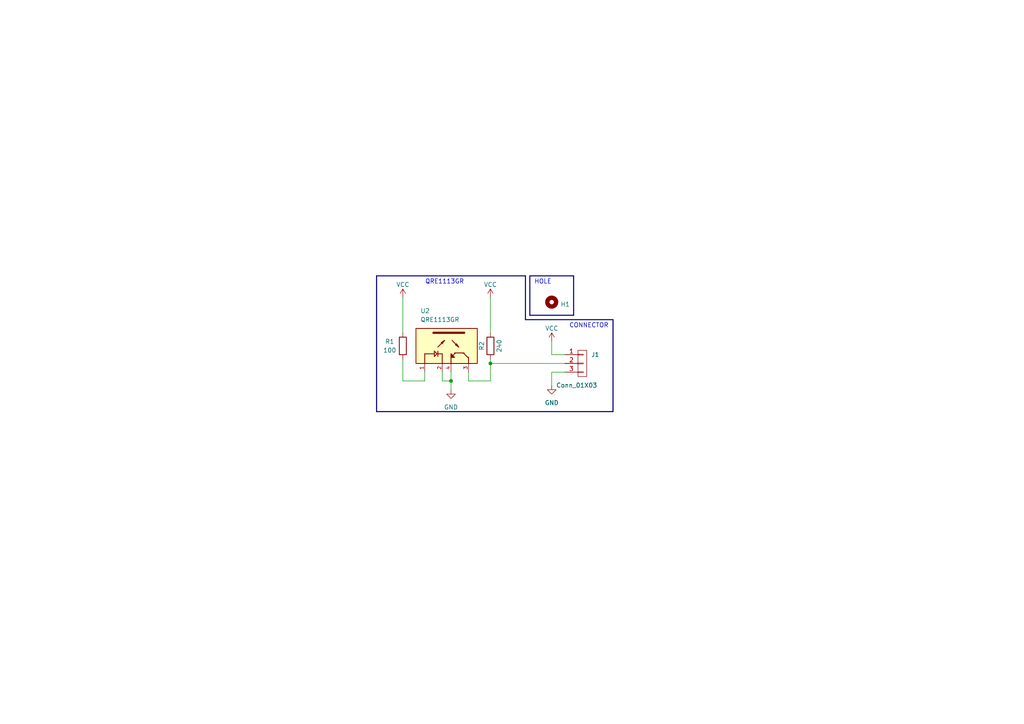
<source format=kicad_sch>
(kicad_sch (version 20230121) (generator eeschema)

  (uuid 18ada0ac-96eb-45a4-a61e-88720818c63e)

  (paper "A4")

  (title_block
    (date "2023-08-11")
  )

  (lib_symbols
    (symbol "Device:R" (pin_numbers hide) (pin_names (offset 0)) (in_bom yes) (on_board yes)
      (property "Reference" "R" (at 2.032 0 90)
        (effects (font (size 1.27 1.27)))
      )
      (property "Value" "R" (at 0 0 90)
        (effects (font (size 1.27 1.27)))
      )
      (property "Footprint" "" (at -1.778 0 90)
        (effects (font (size 1.27 1.27)) hide)
      )
      (property "Datasheet" "~" (at 0 0 0)
        (effects (font (size 1.27 1.27)) hide)
      )
      (property "ki_keywords" "R res resistor" (at 0 0 0)
        (effects (font (size 1.27 1.27)) hide)
      )
      (property "ki_description" "Resistor" (at 0 0 0)
        (effects (font (size 1.27 1.27)) hide)
      )
      (property "ki_fp_filters" "R_*" (at 0 0 0)
        (effects (font (size 1.27 1.27)) hide)
      )
      (symbol "R_0_1"
        (rectangle (start -1.016 -2.54) (end 1.016 2.54)
          (stroke (width 0.254) (type default))
          (fill (type none))
        )
      )
      (symbol "R_1_1"
        (pin passive line (at 0 3.81 270) (length 1.27)
          (name "~" (effects (font (size 1.27 1.27))))
          (number "1" (effects (font (size 1.27 1.27))))
        )
        (pin passive line (at 0 -3.81 90) (length 1.27)
          (name "~" (effects (font (size 1.27 1.27))))
          (number "2" (effects (font (size 1.27 1.27))))
        )
      )
    )
    (symbol "EESTN5:Conn_01X03" (pin_names (offset 1.016) hide) (in_bom yes) (on_board yes)
      (property "Reference" "J" (at 0 5.08 0)
        (effects (font (size 1.27 1.27)))
      )
      (property "Value" "Conn_01X03" (at 0 -5.08 0)
        (effects (font (size 1.27 1.27)))
      )
      (property "Footprint" "" (at 0 0 0)
        (effects (font (size 1.27 1.27)) hide)
      )
      (property "Datasheet" "" (at 0 0 0)
        (effects (font (size 1.27 1.27)) hide)
      )
      (property "ki_keywords" "connector" (at 0 0 0)
        (effects (font (size 1.27 1.27)) hide)
      )
      (property "ki_description" "Connector, single row, 01x03, pin header" (at 0 0 0)
        (effects (font (size 1.27 1.27)) hide)
      )
      (property "ki_fp_filters" "pin* header*" (at 0 0 0)
        (effects (font (size 1.27 1.27)) hide)
      )
      (symbol "Conn_01X03_0_1"
        (rectangle (start -1.27 -2.413) (end 0.254 -2.667)
          (stroke (width 0) (type solid))
          (fill (type none))
        )
        (rectangle (start -1.27 0.127) (end 0.254 -0.127)
          (stroke (width 0) (type solid))
          (fill (type none))
        )
        (rectangle (start -1.27 2.667) (end 0.254 2.413)
          (stroke (width 0) (type solid))
          (fill (type none))
        )
        (rectangle (start -1.27 3.81) (end 1.27 -3.81)
          (stroke (width 0) (type solid))
          (fill (type none))
        )
      )
      (symbol "Conn_01X03_1_1"
        (pin passive line (at -5.08 2.54 0) (length 3.81)
          (name "P1" (effects (font (size 1.27 1.27))))
          (number "1" (effects (font (size 1.27 1.27))))
        )
        (pin passive line (at -5.08 0 0) (length 3.81)
          (name "P2" (effects (font (size 1.27 1.27))))
          (number "2" (effects (font (size 1.27 1.27))))
        )
        (pin passive line (at -5.08 -2.54 0) (length 3.81)
          (name "P3" (effects (font (size 1.27 1.27))))
          (number "3" (effects (font (size 1.27 1.27))))
        )
      )
    )
    (symbol "EESTN5:Mounting_Hole" (pin_names (offset 1.016)) (in_bom yes) (on_board yes)
      (property "Reference" "H" (at 0 5.08 0)
        (effects (font (size 1.27 1.27)))
      )
      (property "Value" "Mounting_Hole" (at 0 3.175 0)
        (effects (font (size 1.27 1.27)) hide)
      )
      (property "Footprint" "" (at 0 0 0)
        (effects (font (size 1.524 1.524)) hide)
      )
      (property "Datasheet" "" (at 0 0 0)
        (effects (font (size 1.524 1.524)) hide)
      )
      (property "ki_keywords" "mounting hole" (at 0 0 0)
        (effects (font (size 1.27 1.27)) hide)
      )
      (property "ki_description" "Mounting Hole without connection" (at 0 0 0)
        (effects (font (size 1.27 1.27)) hide)
      )
      (property "ki_fp_filters" "hole* Logo* PAD* Separador* Cable*" (at 0 0 0)
        (effects (font (size 1.27 1.27)) hide)
      )
      (symbol "Mounting_Hole_0_1"
        (circle (center 0 0) (radius 1.27)
          (stroke (width 1.27) (type solid))
          (fill (type none))
        )
      )
    )
    (symbol "QRE1113GR:QRE1113GR" (pin_names (offset 1.016)) (in_bom yes) (on_board yes)
      (property "Reference" "U" (at -5.08 10.795 0)
        (effects (font (size 1.27 1.27)) (justify left bottom))
      )
      (property "Value" "QRE1113GR" (at -5.08 -10.16 0)
        (effects (font (size 1.27 1.27)) (justify left bottom))
      )
      (property "Footprint" "SOIC180P460X187-4N" (at 0 0 0)
        (effects (font (size 1.27 1.27)) (justify bottom) hide)
      )
      (property "Datasheet" "" (at 0 0 0)
        (effects (font (size 1.27 1.27)) hide)
      )
      (property "DESCRIPTION" "QRE1113 Series 30 V 50 mA Miniature Reflective Object Sensor - SMD-4" (at 0 0 0)
        (effects (font (size 1.27 1.27)) (justify bottom) hide)
      )
      (property "PACKAGE" "SMD-4 ON Semiconductor" (at 0 0 0)
        (effects (font (size 1.27 1.27)) (justify bottom) hide)
      )
      (property "PRICE" "None" (at 0 0 0)
        (effects (font (size 1.27 1.27)) (justify bottom) hide)
      )
      (property "STANDARD" "IPC-7351B" (at 0 0 0)
        (effects (font (size 1.27 1.27)) (justify bottom) hide)
      )
      (property "PARTREV" "5" (at 0 0 0)
        (effects (font (size 1.27 1.27)) (justify bottom) hide)
      )
      (property "MP" "QRE1113GR" (at 0 0 0)
        (effects (font (size 1.27 1.27)) (justify bottom) hide)
      )
      (property "AVAILABILITY" "Unavailable" (at 0 0 0)
        (effects (font (size 1.27 1.27)) (justify bottom) hide)
      )
      (property "MANUFACTURER" "ON Semiconductor" (at 0 0 0)
        (effects (font (size 1.27 1.27)) (justify bottom) hide)
      )
      (symbol "QRE1113GR_0_0"
        (rectangle (start -5.08 -7.62) (end 5.08 10.16)
          (stroke (width 0.254) (type default))
          (fill (type background))
        )
        (polyline
          (pts
            (xy -3.81 6.35)
            (xy -3.81 -2.54)
          )
          (stroke (width 0.635) (type default))
          (fill (type none))
        )
        (polyline
          (pts
            (xy -1.5875 0.635)
            (xy -0.9525 -0.3175)
          )
          (stroke (width 0.254) (type default))
          (fill (type none))
        )
        (polyline
          (pts
            (xy -1.5875 0.635)
            (xy -0.635 0)
          )
          (stroke (width 0.254) (type default))
          (fill (type none))
        )
        (polyline
          (pts
            (xy -1.5875 2.8575)
            (xy 0.3175 4.7625)
          )
          (stroke (width 0.254) (type default))
          (fill (type none))
        )
        (polyline
          (pts
            (xy 0.3175 -1.27)
            (xy -1.5875 0.635)
          )
          (stroke (width 0.254) (type default))
          (fill (type none))
        )
        (polyline
          (pts
            (xy 0.3175 4.7625)
            (xy -0.635 4.1275)
          )
          (stroke (width 0.254) (type default))
          (fill (type none))
        )
        (polyline
          (pts
            (xy 0.3175 4.7625)
            (xy -0.3175 3.81)
          )
          (stroke (width 0.254) (type default))
          (fill (type none))
        )
        (polyline
          (pts
            (xy 2.032 3.81)
            (xy 2.032 3.556)
          )
          (stroke (width 0.254) (type default))
          (fill (type none))
        )
        (polyline
          (pts
            (xy 2.032 3.81)
            (xy 3.302 2.54)
          )
          (stroke (width 0.254) (type default))
          (fill (type none))
        )
        (polyline
          (pts
            (xy 2.032 6.096)
            (xy 2.032 3.81)
          )
          (stroke (width 0.254) (type default))
          (fill (type none))
        )
        (polyline
          (pts
            (xy 2.032 6.096)
            (xy 2.032 6.35)
          )
          (stroke (width 0.254) (type default))
          (fill (type none))
        )
        (polyline
          (pts
            (xy 2.286 -5.08)
            (xy 2.286 -2.286)
          )
          (stroke (width 0.254) (type default))
          (fill (type none))
        )
        (polyline
          (pts
            (xy 2.286 -2.286)
            (xy 1.524 -2.286)
          )
          (stroke (width 0.254) (type default))
          (fill (type none))
        )
        (polyline
          (pts
            (xy 2.286 -2.286)
            (xy 3.048 -2.286)
          )
          (stroke (width 0.254) (type default))
          (fill (type none))
        )
        (polyline
          (pts
            (xy 2.286 -1.524)
            (xy 1.524 -2.286)
          )
          (stroke (width 0.254) (type default))
          (fill (type none))
        )
        (polyline
          (pts
            (xy 2.286 -1.27)
            (xy 2.286 0)
          )
          (stroke (width 0.254) (type default))
          (fill (type none))
        )
        (polyline
          (pts
            (xy 2.286 0)
            (xy 5.08 0)
          )
          (stroke (width 0.254) (type default))
          (fill (type none))
        )
        (polyline
          (pts
            (xy 2.286 2.54)
            (xy 3.048 2.54)
          )
          (stroke (width 0.254) (type default))
          (fill (type none))
        )
        (polyline
          (pts
            (xy 2.54 2.794)
            (xy 2.286 2.54)
          )
          (stroke (width 0.254) (type default))
          (fill (type none))
        )
        (polyline
          (pts
            (xy 2.54 2.794)
            (xy 2.794 2.794)
          )
          (stroke (width 0.254) (type default))
          (fill (type none))
        )
        (polyline
          (pts
            (xy 2.794 2.794)
            (xy 3.048 2.54)
          )
          (stroke (width 0.254) (type default))
          (fill (type none))
        )
        (polyline
          (pts
            (xy 3.048 -2.286)
            (xy 2.286 -1.524)
          )
          (stroke (width 0.254) (type default))
          (fill (type none))
        )
        (polyline
          (pts
            (xy 3.048 -1.27)
            (xy 1.524 -1.27)
          )
          (stroke (width 0.254) (type default))
          (fill (type none))
        )
        (polyline
          (pts
            (xy 3.048 2.54)
            (xy 3.048 3.048)
          )
          (stroke (width 0.254) (type default))
          (fill (type none))
        )
        (polyline
          (pts
            (xy 3.048 2.54)
            (xy 3.302 2.54)
          )
          (stroke (width 0.254) (type default))
          (fill (type none))
        )
        (polyline
          (pts
            (xy 3.048 3.048)
            (xy 2.794 2.794)
          )
          (stroke (width 0.254) (type default))
          (fill (type none))
        )
        (polyline
          (pts
            (xy 3.048 3.048)
            (xy 3.302 3.302)
          )
          (stroke (width 0.254) (type default))
          (fill (type none))
        )
        (polyline
          (pts
            (xy 3.302 2.54)
            (xy 3.302 2.794)
          )
          (stroke (width 0.254) (type default))
          (fill (type none))
        )
        (polyline
          (pts
            (xy 3.302 2.54)
            (xy 5.08 2.54)
          )
          (stroke (width 0.254) (type default))
          (fill (type none))
        )
        (polyline
          (pts
            (xy 3.302 2.794)
            (xy 3.048 3.048)
          )
          (stroke (width 0.254) (type default))
          (fill (type none))
        )
        (polyline
          (pts
            (xy 3.302 2.794)
            (xy 3.302 3.302)
          )
          (stroke (width 0.254) (type default))
          (fill (type none))
        )
        (polyline
          (pts
            (xy 3.302 3.302)
            (xy 3.302 3.556)
          )
          (stroke (width 0.254) (type default))
          (fill (type none))
        )
        (polyline
          (pts
            (xy 3.302 3.556)
            (xy 2.54 2.794)
          )
          (stroke (width 0.254) (type default))
          (fill (type none))
        )
        (polyline
          (pts
            (xy 3.302 7.366)
            (xy 2.032 6.096)
          )
          (stroke (width 0.254) (type default))
          (fill (type none))
        )
        (polyline
          (pts
            (xy 3.302 7.62)
            (xy 3.302 7.366)
          )
          (stroke (width 0.254) (type default))
          (fill (type none))
        )
        (polyline
          (pts
            (xy 5.08 -5.08)
            (xy 2.286 -5.08)
          )
          (stroke (width 0.254) (type default))
          (fill (type none))
        )
        (polyline
          (pts
            (xy 5.08 7.62)
            (xy 3.302 7.62)
          )
          (stroke (width 0.254) (type default))
          (fill (type none))
        )
        (pin passive line (at 7.62 -5.08 180) (length 2.54)
          (name "~" (effects (font (size 1.016 1.016))))
          (number "1" (effects (font (size 1.016 1.016))))
        )
        (pin passive line (at 7.62 0 180) (length 2.54)
          (name "~" (effects (font (size 1.016 1.016))))
          (number "2" (effects (font (size 1.016 1.016))))
        )
        (pin passive line (at 7.62 7.62 180) (length 2.54)
          (name "~" (effects (font (size 1.016 1.016))))
          (number "3" (effects (font (size 1.016 1.016))))
        )
        (pin passive line (at 7.62 2.54 180) (length 2.54)
          (name "~" (effects (font (size 1.016 1.016))))
          (number "4" (effects (font (size 1.016 1.016))))
        )
      )
    )
    (symbol "power:GND" (power) (pin_names (offset 0)) (in_bom yes) (on_board yes)
      (property "Reference" "#PWR" (at 0 -6.35 0)
        (effects (font (size 1.27 1.27)) hide)
      )
      (property "Value" "GND" (at 0 -3.81 0)
        (effects (font (size 1.27 1.27)))
      )
      (property "Footprint" "" (at 0 0 0)
        (effects (font (size 1.27 1.27)) hide)
      )
      (property "Datasheet" "" (at 0 0 0)
        (effects (font (size 1.27 1.27)) hide)
      )
      (property "ki_keywords" "global power" (at 0 0 0)
        (effects (font (size 1.27 1.27)) hide)
      )
      (property "ki_description" "Power symbol creates a global label with name \"GND\" , ground" (at 0 0 0)
        (effects (font (size 1.27 1.27)) hide)
      )
      (symbol "GND_0_1"
        (polyline
          (pts
            (xy 0 0)
            (xy 0 -1.27)
            (xy 1.27 -1.27)
            (xy 0 -2.54)
            (xy -1.27 -1.27)
            (xy 0 -1.27)
          )
          (stroke (width 0) (type default))
          (fill (type none))
        )
      )
      (symbol "GND_1_1"
        (pin power_in line (at 0 0 270) (length 0) hide
          (name "GND" (effects (font (size 1.27 1.27))))
          (number "1" (effects (font (size 1.27 1.27))))
        )
      )
    )
    (symbol "power:VCC" (power) (pin_names (offset 0)) (in_bom yes) (on_board yes)
      (property "Reference" "#PWR" (at 0 -3.81 0)
        (effects (font (size 1.27 1.27)) hide)
      )
      (property "Value" "VCC" (at 0 3.81 0)
        (effects (font (size 1.27 1.27)))
      )
      (property "Footprint" "" (at 0 0 0)
        (effects (font (size 1.27 1.27)) hide)
      )
      (property "Datasheet" "" (at 0 0 0)
        (effects (font (size 1.27 1.27)) hide)
      )
      (property "ki_keywords" "global power" (at 0 0 0)
        (effects (font (size 1.27 1.27)) hide)
      )
      (property "ki_description" "Power symbol creates a global label with name \"VCC\"" (at 0 0 0)
        (effects (font (size 1.27 1.27)) hide)
      )
      (symbol "VCC_0_1"
        (polyline
          (pts
            (xy -0.762 1.27)
            (xy 0 2.54)
          )
          (stroke (width 0) (type default))
          (fill (type none))
        )
        (polyline
          (pts
            (xy 0 0)
            (xy 0 2.54)
          )
          (stroke (width 0) (type default))
          (fill (type none))
        )
        (polyline
          (pts
            (xy 0 2.54)
            (xy 0.762 1.27)
          )
          (stroke (width 0) (type default))
          (fill (type none))
        )
      )
      (symbol "VCC_1_1"
        (pin power_in line (at 0 0 90) (length 0) hide
          (name "VCC" (effects (font (size 1.27 1.27))))
          (number "1" (effects (font (size 1.27 1.27))))
        )
      )
    )
  )

  (junction (at 142.24 105.41) (diameter 0) (color 0 0 0 0)
    (uuid 64ce0ef3-9545-41d0-a5da-cd92c447ac94)
  )
  (junction (at 130.81 110.49) (diameter 0) (color 0 0 0 0)
    (uuid 7b74e1fe-a52d-4a58-843f-6ef08fe755aa)
  )

  (bus (pts (xy 153.67 80.01) (xy 166.37 80.01))
    (stroke (width 0) (type default))
    (uuid 0893f1e4-3732-414d-8946-6928c44423ae)
  )
  (bus (pts (xy 166.37 80.01) (xy 166.37 91.44))
    (stroke (width 0) (type default))
    (uuid 0c0368ab-84b5-4987-8764-f954ba2d9815)
  )

  (wire (pts (xy 135.89 107.95) (xy 135.89 110.49))
    (stroke (width 0) (type default))
    (uuid 106fe76c-84d1-4b8c-a58f-90e9e7fe304a)
  )
  (bus (pts (xy 152.4 80.01) (xy 152.4 92.71))
    (stroke (width 0) (type default))
    (uuid 149d830b-efd1-4e85-832d-e17c273cc06f)
  )

  (wire (pts (xy 163.83 107.95) (xy 160.02 107.95))
    (stroke (width 0) (type default))
    (uuid 1dd07255-9bc6-4b30-9627-17d0daf05983)
  )
  (wire (pts (xy 135.89 110.49) (xy 142.24 110.49))
    (stroke (width 0) (type default))
    (uuid 387a7d89-3a84-455e-a5ba-b21eca68b3c5)
  )
  (wire (pts (xy 142.24 105.41) (xy 163.83 105.41))
    (stroke (width 0) (type default))
    (uuid 38a0b351-2a7e-40e5-b3be-57562f8be340)
  )
  (bus (pts (xy 109.22 119.38) (xy 109.22 80.01))
    (stroke (width 0) (type default))
    (uuid 3e1ddb17-270e-4320-87bf-3f53323255e2)
  )

  (wire (pts (xy 163.83 102.87) (xy 160.02 102.87))
    (stroke (width 0) (type default))
    (uuid 4198d26d-c653-489e-ad21-5e6600a3c769)
  )
  (bus (pts (xy 109.22 119.38) (xy 177.8 119.38))
    (stroke (width 0) (type default))
    (uuid 4361dab9-2b6e-4935-b007-5cb9876895d1)
  )

  (wire (pts (xy 142.24 104.14) (xy 142.24 105.41))
    (stroke (width 0) (type default))
    (uuid 51f96dec-67a9-4787-ae5a-f94c17f32281)
  )
  (bus (pts (xy 109.22 80.01) (xy 152.4 80.01))
    (stroke (width 0) (type default))
    (uuid 72dd5e34-4408-4b17-bdec-028797c1a97c)
  )

  (wire (pts (xy 116.84 110.49) (xy 116.84 104.14))
    (stroke (width 0) (type default))
    (uuid 7bd4e3b9-e5dc-40e3-96ef-abfe211f8917)
  )
  (wire (pts (xy 128.27 107.95) (xy 128.27 110.49))
    (stroke (width 0) (type default))
    (uuid 7ff06ac9-57da-442a-86ec-54c4e03c7185)
  )
  (wire (pts (xy 142.24 86.36) (xy 142.24 96.52))
    (stroke (width 0) (type default))
    (uuid 80707f6f-eb44-4e97-a108-c691479b4cb6)
  )
  (wire (pts (xy 123.19 110.49) (xy 116.84 110.49))
    (stroke (width 0) (type default))
    (uuid 81a296c2-ba52-426c-baf5-61bf0189a99c)
  )
  (wire (pts (xy 123.19 107.95) (xy 123.19 110.49))
    (stroke (width 0) (type default))
    (uuid 8d32e841-ac3f-41fd-83a5-b0d23bb67df0)
  )
  (wire (pts (xy 128.27 110.49) (xy 130.81 110.49))
    (stroke (width 0) (type default))
    (uuid a372c203-4416-412b-affb-96474eb1b1eb)
  )
  (bus (pts (xy 152.4 92.71) (xy 177.8 92.71))
    (stroke (width 0) (type default))
    (uuid ad048b31-ccb9-4f57-8e63-0e42563b3c76)
  )
  (bus (pts (xy 153.67 91.44) (xy 153.67 80.01))
    (stroke (width 0) (type default))
    (uuid c8803a05-ac71-40bf-898f-967a9c15302f)
  )

  (wire (pts (xy 130.81 110.49) (xy 130.81 113.03))
    (stroke (width 0) (type default))
    (uuid c9518e8a-8170-4e49-866f-73597fa36088)
  )
  (wire (pts (xy 160.02 99.06) (xy 160.02 102.87))
    (stroke (width 0) (type default))
    (uuid ca258049-9f61-40cb-8e3f-40f71e808d47)
  )
  (wire (pts (xy 130.81 110.49) (xy 130.81 107.95))
    (stroke (width 0) (type default))
    (uuid cf94363b-83f7-42e8-9e01-be9029ce8758)
  )
  (wire (pts (xy 160.02 107.95) (xy 160.02 111.76))
    (stroke (width 0) (type default))
    (uuid d9d90948-5023-452b-9841-4ba6af0d2ac1)
  )
  (bus (pts (xy 177.8 92.71) (xy 177.8 119.38))
    (stroke (width 0) (type default))
    (uuid dc75c170-03fb-4eeb-bbcb-310f4ab3dba0)
  )

  (wire (pts (xy 142.24 105.41) (xy 142.24 110.49))
    (stroke (width 0) (type default))
    (uuid e15dfe40-b055-4c67-bee7-105473f4ace0)
  )
  (bus (pts (xy 153.67 91.44) (xy 166.37 91.44))
    (stroke (width 0) (type default))
    (uuid e7599299-8840-447e-91e1-a65a310cbd56)
  )

  (wire (pts (xy 116.84 86.36) (xy 116.84 96.52))
    (stroke (width 0) (type default))
    (uuid f02aefe2-69e7-4702-b336-856613314cf9)
  )

  (text "HOLE\n" (at 154.94 82.55 0)
    (effects (font (size 1.27 1.27)) (justify left bottom))
    (uuid 49606627-526e-4ac3-9159-15fdc6686705)
  )
  (text "QRE1113GR" (at 134.62 82.55 0)
    (effects (font (size 1.27 1.27)) (justify right bottom))
    (uuid ce629ed2-0546-47ad-84ff-f3293ca2c1c1)
  )
  (text "CONNECTOR" (at 176.53 95.25 0)
    (effects (font (size 1.27 1.27)) (justify right bottom))
    (uuid ed506e03-9f96-482e-a962-8cc0d393827c)
  )

  (symbol (lib_id "power:VCC") (at 160.02 99.06 0) (unit 1)
    (in_bom yes) (on_board yes) (dnp no) (fields_autoplaced)
    (uuid 0296d540-90ae-4a29-aa3c-86a3eb63a0e7)
    (property "Reference" "#PWR03" (at 160.02 102.87 0)
      (effects (font (size 1.27 1.27)) hide)
    )
    (property "Value" "VCC" (at 160.02 95.25 0)
      (effects (font (size 1.27 1.27)))
    )
    (property "Footprint" "" (at 160.02 99.06 0)
      (effects (font (size 1.27 1.27)) hide)
    )
    (property "Datasheet" "" (at 160.02 99.06 0)
      (effects (font (size 1.27 1.27)) hide)
    )
    (pin "1" (uuid 6ccb4754-a120-4536-ac7d-a461cc66ab13))
    (instances
      (project "PCB QRE"
        (path "/18ada0ac-96eb-45a4-a61e-88720818c63e"
          (reference "#PWR03") (unit 1)
        )
      )
    )
  )

  (symbol (lib_id "power:VCC") (at 116.84 86.36 0) (unit 1)
    (in_bom yes) (on_board yes) (dnp no) (fields_autoplaced)
    (uuid 03869e3a-da1c-4963-a9cb-362e0322b49c)
    (property "Reference" "#PWR02" (at 116.84 90.17 0)
      (effects (font (size 1.27 1.27)) hide)
    )
    (property "Value" "VCC" (at 116.84 82.55 0)
      (effects (font (size 1.27 1.27)))
    )
    (property "Footprint" "" (at 116.84 86.36 0)
      (effects (font (size 1.27 1.27)) hide)
    )
    (property "Datasheet" "" (at 116.84 86.36 0)
      (effects (font (size 1.27 1.27)) hide)
    )
    (pin "1" (uuid 26b60357-875c-462a-898c-fcaf2d39c274))
    (instances
      (project "PCB QRE"
        (path "/18ada0ac-96eb-45a4-a61e-88720818c63e"
          (reference "#PWR02") (unit 1)
        )
      )
    )
  )

  (symbol (lib_id "power:GND") (at 130.81 113.03 0) (unit 1)
    (in_bom yes) (on_board yes) (dnp no) (fields_autoplaced)
    (uuid 0f9b9a32-ae56-4226-9191-64286b19ffbb)
    (property "Reference" "#PWR01" (at 130.81 119.38 0)
      (effects (font (size 1.27 1.27)) hide)
    )
    (property "Value" "GND" (at 130.81 118.11 0)
      (effects (font (size 1.27 1.27)))
    )
    (property "Footprint" "" (at 130.81 113.03 0)
      (effects (font (size 1.27 1.27)) hide)
    )
    (property "Datasheet" "" (at 130.81 113.03 0)
      (effects (font (size 1.27 1.27)) hide)
    )
    (pin "1" (uuid ddff0598-b080-4731-a2cb-1176b1ee3173))
    (instances
      (project "PCB QRE"
        (path "/18ada0ac-96eb-45a4-a61e-88720818c63e"
          (reference "#PWR01") (unit 1)
        )
      )
    )
  )

  (symbol (lib_id "EESTN5:Conn_01X03") (at 168.91 105.41 0) (unit 1)
    (in_bom yes) (on_board yes) (dnp no)
    (uuid 355686c1-a3f8-4b74-a8b4-2616247553fb)
    (property "Reference" "J1" (at 171.45 102.87 0)
      (effects (font (size 1.27 1.27)) (justify left))
    )
    (property "Value" "Conn_01X03" (at 161.29 111.76 0)
      (effects (font (size 1.27 1.27)) (justify left))
    )
    (property "Footprint" "Connector:FanPinHeader_1x03_P2.54mm_Vertical" (at 168.91 105.41 0)
      (effects (font (size 1.27 1.27)) hide)
    )
    (property "Datasheet" "" (at 168.91 105.41 0)
      (effects (font (size 1.27 1.27)) hide)
    )
    (pin "1" (uuid 4f722895-8b18-4647-bcd3-4ad590427d94))
    (pin "2" (uuid 2470a9c0-0ea2-4933-93f5-5193a137edc5))
    (pin "3" (uuid 8783337c-621e-4c0c-a32c-09717a1d5b20))
    (instances
      (project "PCB QRE"
        (path "/18ada0ac-96eb-45a4-a61e-88720818c63e"
          (reference "J1") (unit 1)
        )
      )
    )
  )

  (symbol (lib_id "QRE1113GR:QRE1113GR") (at 128.27 100.33 270) (unit 1)
    (in_bom yes) (on_board yes) (dnp no)
    (uuid 3a03f437-9fef-4bfb-960d-3183fd76cb13)
    (property "Reference" "U2" (at 121.92 90.17 90)
      (effects (font (size 1.27 1.27)) (justify left))
    )
    (property "Value" "QRE1113GR" (at 121.92 92.71 90)
      (effects (font (size 1.27 1.27)) (justify left))
    )
    (property "Footprint" "QRE:SOIC180P460X187-4N" (at 128.27 100.33 0)
      (effects (font (size 1.27 1.27)) (justify bottom) hide)
    )
    (property "Datasheet" "" (at 128.27 100.33 0)
      (effects (font (size 1.27 1.27)) hide)
    )
    (property "DESCRIPTION" "QRE1113 Series 30 V 50 mA Miniature Reflective Object Sensor - SMD-4" (at 128.27 100.33 0)
      (effects (font (size 1.27 1.27)) (justify bottom) hide)
    )
    (property "PACKAGE" "SMD-4 ON Semiconductor" (at 128.27 100.33 0)
      (effects (font (size 1.27 1.27)) (justify bottom) hide)
    )
    (property "PRICE" "None" (at 128.27 100.33 0)
      (effects (font (size 1.27 1.27)) (justify bottom) hide)
    )
    (property "STANDARD" "IPC-7351B" (at 128.27 100.33 0)
      (effects (font (size 1.27 1.27)) (justify bottom) hide)
    )
    (property "PARTREV" "5" (at 128.27 100.33 0)
      (effects (font (size 1.27 1.27)) (justify bottom) hide)
    )
    (property "MP" "QRE1113GR" (at 128.27 100.33 0)
      (effects (font (size 1.27 1.27)) (justify bottom) hide)
    )
    (property "AVAILABILITY" "Unavailable" (at 128.27 100.33 0)
      (effects (font (size 1.27 1.27)) (justify bottom) hide)
    )
    (property "MANUFACTURER" "ON Semiconductor" (at 128.27 100.33 0)
      (effects (font (size 1.27 1.27)) (justify bottom) hide)
    )
    (pin "1" (uuid 1aabc6f8-6348-4c28-a44a-8f999a040a37))
    (pin "2" (uuid 463d005e-8354-4105-b580-6a1b3461d509))
    (pin "3" (uuid e12712de-d6f2-4211-b1de-f8e555a4e33b))
    (pin "4" (uuid de3fbe29-db9e-4fdb-bba4-61ad8d90576c))
    (instances
      (project "PCB QRE"
        (path "/18ada0ac-96eb-45a4-a61e-88720818c63e"
          (reference "U2") (unit 1)
        )
      )
    )
  )

  (symbol (lib_id "EESTN5:Mounting_Hole") (at 160.02 87.63 0) (unit 1)
    (in_bom yes) (on_board yes) (dnp no) (fields_autoplaced)
    (uuid 5254df3c-cae4-4b84-b538-6eb12bc8bca6)
    (property "Reference" "H1" (at 162.56 88.265 0)
      (effects (font (size 1.27 1.27)) (justify left))
    )
    (property "Value" "Mounting_Hole" (at 160.02 84.455 0)
      (effects (font (size 1.27 1.27)) hide)
    )
    (property "Footprint" "Connector:FanPinHeader_1x03_P2.54mm_Vertical" (at 160.02 87.63 0)
      (effects (font (size 1.524 1.524)) hide)
    )
    (property "Datasheet" "" (at 160.02 87.63 0)
      (effects (font (size 1.524 1.524)) hide)
    )
    (instances
      (project "PCB QRE"
        (path "/18ada0ac-96eb-45a4-a61e-88720818c63e"
          (reference "H1") (unit 1)
        )
      )
    )
  )

  (symbol (lib_id "power:VCC") (at 142.24 86.36 0) (unit 1)
    (in_bom yes) (on_board yes) (dnp no) (fields_autoplaced)
    (uuid 8b424aa7-c827-4328-a747-711ddc038a26)
    (property "Reference" "#PWR05" (at 142.24 90.17 0)
      (effects (font (size 1.27 1.27)) hide)
    )
    (property "Value" "VCC" (at 142.24 82.55 0)
      (effects (font (size 1.27 1.27)))
    )
    (property "Footprint" "" (at 142.24 86.36 0)
      (effects (font (size 1.27 1.27)) hide)
    )
    (property "Datasheet" "" (at 142.24 86.36 0)
      (effects (font (size 1.27 1.27)) hide)
    )
    (pin "1" (uuid 43975950-f115-4767-9ced-657d254fd22c))
    (instances
      (project "PCB QRE"
        (path "/18ada0ac-96eb-45a4-a61e-88720818c63e"
          (reference "#PWR05") (unit 1)
        )
      )
    )
  )

  (symbol (lib_id "Device:R") (at 116.84 100.33 180) (unit 1)
    (in_bom yes) (on_board yes) (dnp no)
    (uuid 92e31e85-494a-45b6-a806-7085bf076833)
    (property "Reference" "R1" (at 113.03 99.06 0)
      (effects (font (size 1.27 1.27)))
    )
    (property "Value" "100" (at 113.03 101.6 0)
      (effects (font (size 1.27 1.27)))
    )
    (property "Footprint" "Resistor_SMD:R_1206_3216Metric" (at 118.618 100.33 90)
      (effects (font (size 1.27 1.27)) hide)
    )
    (property "Datasheet" "~" (at 116.84 100.33 0)
      (effects (font (size 1.27 1.27)) hide)
    )
    (pin "1" (uuid 3e2f8824-8486-42cd-9bd6-3066460bb0ef))
    (pin "2" (uuid 380d315f-0101-42a7-b597-539e177ab0ac))
    (instances
      (project "PCB QRE"
        (path "/18ada0ac-96eb-45a4-a61e-88720818c63e"
          (reference "R1") (unit 1)
        )
      )
    )
  )

  (symbol (lib_id "Device:R") (at 142.24 100.33 180) (unit 1)
    (in_bom yes) (on_board yes) (dnp no)
    (uuid a18ade67-2e75-46bc-bd22-1417d36e829d)
    (property "Reference" "R2" (at 139.7 100.33 90)
      (effects (font (size 1.27 1.27)))
    )
    (property "Value" "240" (at 144.78 100.33 90)
      (effects (font (size 1.27 1.27)))
    )
    (property "Footprint" "Resistor_SMD:R_1206_3216Metric" (at 144.018 100.33 90)
      (effects (font (size 1.27 1.27)) hide)
    )
    (property "Datasheet" "~" (at 142.24 100.33 0)
      (effects (font (size 1.27 1.27)) hide)
    )
    (pin "1" (uuid 8500da08-3320-4344-ab6c-ce1570f7c8e1))
    (pin "2" (uuid a3c44520-c6c8-4a1f-bf71-49b82015ef8d))
    (instances
      (project "PCB QRE"
        (path "/18ada0ac-96eb-45a4-a61e-88720818c63e"
          (reference "R2") (unit 1)
        )
      )
    )
  )

  (symbol (lib_id "power:GND") (at 160.02 111.76 0) (unit 1)
    (in_bom yes) (on_board yes) (dnp no) (fields_autoplaced)
    (uuid a617f1b2-db39-4df4-8a7d-3a391b03ae0f)
    (property "Reference" "#PWR04" (at 160.02 118.11 0)
      (effects (font (size 1.27 1.27)) hide)
    )
    (property "Value" "GND" (at 160.02 116.84 0)
      (effects (font (size 1.27 1.27)))
    )
    (property "Footprint" "" (at 160.02 111.76 0)
      (effects (font (size 1.27 1.27)) hide)
    )
    (property "Datasheet" "" (at 160.02 111.76 0)
      (effects (font (size 1.27 1.27)) hide)
    )
    (pin "1" (uuid e5428d3c-57b2-4f98-a248-84612475a270))
    (instances
      (project "PCB QRE"
        (path "/18ada0ac-96eb-45a4-a61e-88720818c63e"
          (reference "#PWR04") (unit 1)
        )
      )
    )
  )

  (sheet_instances
    (path "/" (page "1"))
  )
)

</source>
